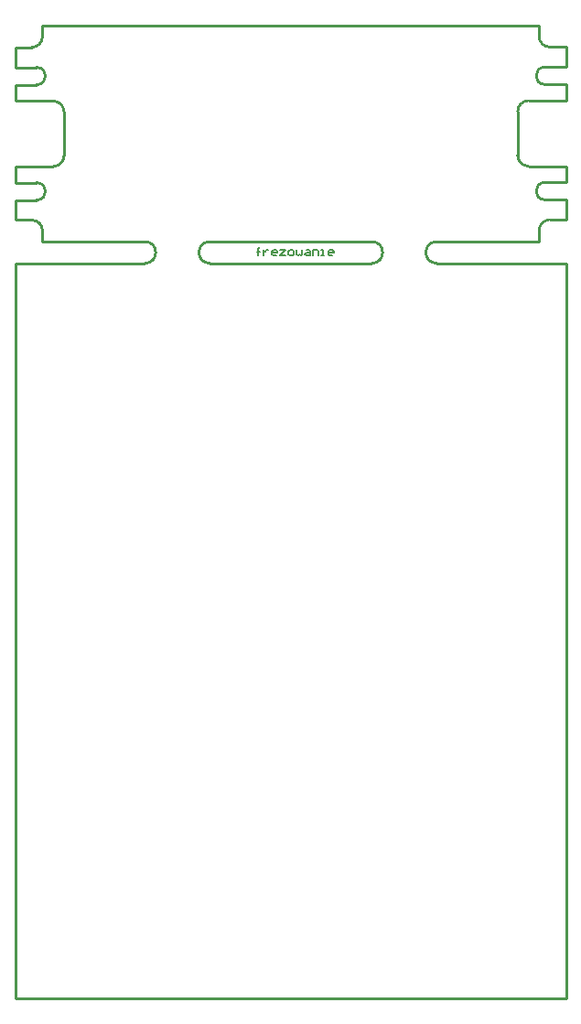
<source format=gko>
G04 Layer_Color=16711935*
%FSAX24Y24*%
%MOIN*%
G70*
G01*
G75*
%ADD27C,0.0100*%
%ADD79C,0.0050*%
D27*
X000787Y029075D02*
G03*
X000787Y029705I000000J000315D01*
G01*
X001382Y030299D02*
G03*
X001776Y030693I000000J000394D01*
G01*
Y032290D02*
G03*
X001382Y032684I-000394J000000D01*
G01*
X000787Y033278D02*
G03*
X000787Y033908I000000J000315D01*
G01*
X019291Y033917D02*
G03*
X019291Y033287I000000J-000315D01*
G01*
X018697Y032693D02*
G03*
X018303Y032299I000000J-000394D01*
G01*
Y030702D02*
G03*
X018697Y030308I000394J000000D01*
G01*
X019291Y029714D02*
G03*
X019291Y029084I000000J-000315D01*
G01*
X004724Y026772D02*
G03*
X004724Y027559I000000J000394D01*
G01*
X007087D02*
G03*
X007087Y026772I000000J-000394D01*
G01*
X015354Y027559D02*
G03*
X015354Y026772I000000J-000394D01*
G01*
X012992D02*
G03*
X012992Y027559I000000J000394D01*
G01*
X000994Y027953D02*
G03*
X000600Y028346I-000394J000000D01*
G01*
Y034637D02*
G03*
X000994Y035030I000000J000394D01*
G01*
X019085Y035039D02*
G03*
X019479Y034646I000394J000000D01*
G01*
Y028356D02*
G03*
X019085Y027962I000000J-000394D01*
G01*
X020079Y000000D02*
Y026772D01*
X000000Y000000D02*
Y026772D01*
Y000000D02*
X020079D01*
X000994Y035433D02*
X019085D01*
X000000Y029075D02*
X000787D01*
X000000Y028346D02*
Y029075D01*
Y029705D02*
X000787D01*
X000000Y030299D02*
X001382D01*
X000000Y029705D02*
Y030299D01*
X019291Y026772D02*
X020079D01*
X000000D02*
X000787D01*
X000000Y032684D02*
Y033278D01*
Y032684D02*
X001382D01*
X000000Y033278D02*
X000787D01*
X000000Y033908D02*
Y034637D01*
Y033908D02*
X000787D01*
X001776Y030693D02*
Y032290D01*
X018303Y030702D02*
Y032299D01*
X019291Y033917D02*
X020079D01*
Y034646D01*
X019291Y033287D02*
X020079D01*
X018697Y032693D02*
X020079D01*
Y033287D01*
Y029714D02*
Y030308D01*
X018697D02*
X020079D01*
X019291Y029714D02*
X020079D01*
Y028356D02*
Y029084D01*
X019291D02*
X020079D01*
X015354Y026772D02*
X019291D01*
X015354Y027559D02*
X019085D01*
X000787Y026772D02*
X004724D01*
X000994Y027559D02*
X004724D01*
X007087Y026772D02*
X012992D01*
X007087Y027559D02*
X012992D01*
X000000Y028346D02*
X000600D01*
X000994Y027559D02*
Y027953D01*
Y035030D02*
Y035424D01*
X000000Y034637D02*
X000600D01*
X019085Y035039D02*
Y035433D01*
X019479Y034646D02*
X020079D01*
X019085Y027568D02*
Y027962D01*
X019479Y028356D02*
X020079D01*
D79*
X008850Y027050D02*
Y027300D01*
Y027200D01*
X008800D01*
X008900D01*
X008850D01*
Y027300D01*
X008900Y027350D01*
X009050Y027250D02*
Y027050D01*
Y027150D01*
X009100Y027200D01*
X009150Y027250D01*
X009200D01*
X009500Y027050D02*
X009400D01*
X009350Y027100D01*
Y027200D01*
X009400Y027250D01*
X009500D01*
X009550Y027200D01*
Y027150D01*
X009350D01*
X009650Y027250D02*
X009850D01*
X009650Y027050D01*
X009850D01*
X010000D02*
X010100D01*
X010150Y027100D01*
Y027200D01*
X010100Y027250D01*
X010000D01*
X009950Y027200D01*
Y027100D01*
X010000Y027050D01*
X010250Y027250D02*
Y027100D01*
X010300Y027050D01*
X010350Y027100D01*
X010399Y027050D01*
X010449Y027100D01*
Y027250D01*
X010599D02*
X010699D01*
X010749Y027200D01*
Y027050D01*
X010599D01*
X010549Y027100D01*
X010599Y027150D01*
X010749D01*
X010849Y027050D02*
Y027250D01*
X010999D01*
X011049Y027200D01*
Y027050D01*
X011149D02*
X011249D01*
X011199D01*
Y027250D01*
X011149D01*
X011549Y027050D02*
X011449D01*
X011399Y027100D01*
Y027200D01*
X011449Y027250D01*
X011549D01*
X011599Y027200D01*
Y027150D01*
X011399D01*
M02*

</source>
